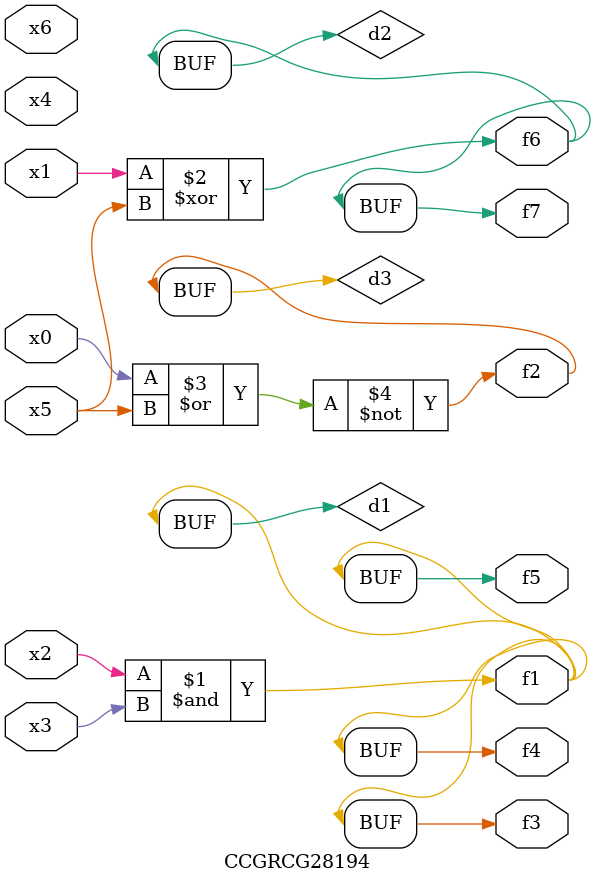
<source format=v>
module CCGRCG28194(
	input x0, x1, x2, x3, x4, x5, x6,
	output f1, f2, f3, f4, f5, f6, f7
);

	wire d1, d2, d3;

	and (d1, x2, x3);
	xor (d2, x1, x5);
	nor (d3, x0, x5);
	assign f1 = d1;
	assign f2 = d3;
	assign f3 = d1;
	assign f4 = d1;
	assign f5 = d1;
	assign f6 = d2;
	assign f7 = d2;
endmodule

</source>
